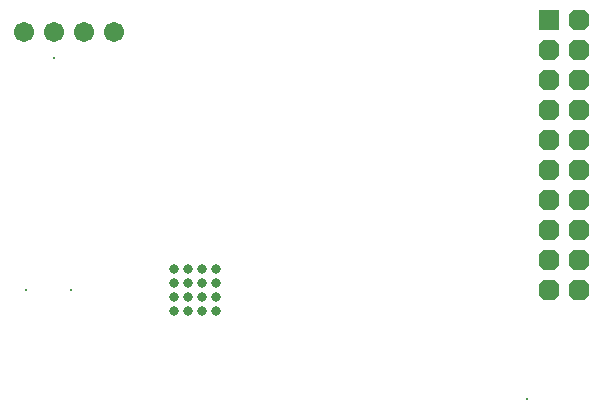
<source format=gbs>
%FSLAX25Y25*%
%MOIN*%
G70*
G01*
G75*
G04 Layer_Color=16711935*
%ADD10R,0.03000X0.09400*%
%ADD11R,0.06300X0.10700*%
%ADD12R,0.09500X0.10300*%
%ADD13O,0.00787X0.02559*%
%ADD14O,0.02559X0.00787*%
%ADD15R,0.18504X0.18504*%
%ADD16R,0.01575X0.06000*%
%ADD17O,0.01575X0.06000*%
%ADD18R,0.07087X0.03937*%
%ADD19R,0.04331X0.04724*%
%ADD20R,0.14200X0.08700*%
%ADD21R,0.04800X0.08800*%
%ADD22R,0.04800X0.01600*%
%ADD23R,0.06693X0.03150*%
%ADD24R,0.03150X0.06693*%
%ADD25R,0.04400X0.04000*%
%ADD26R,0.04000X0.04400*%
%ADD27R,0.03200X0.03600*%
%ADD28R,0.02800X0.04800*%
%ADD29R,0.05512X0.11811*%
%ADD30R,0.02559X0.01969*%
%ADD31R,0.02953X0.03150*%
%ADD32R,0.01969X0.02284*%
%ADD33R,0.02362X0.03937*%
%ADD34R,0.04921X0.07087*%
%ADD35R,0.02362X0.01969*%
%ADD36R,0.10700X0.06300*%
%ADD37R,0.01969X0.02362*%
%ADD38C,0.00600*%
%ADD39C,0.02500*%
%ADD40C,0.01200*%
%ADD41C,0.00800*%
%ADD42C,0.05000*%
%ADD43C,0.01000*%
%ADD44C,0.02000*%
%ADD45C,0.04500*%
%ADD46C,0.03700*%
%ADD47C,0.05906*%
G04:AMPARAMS|DCode=48|XSize=60mil|YSize=60mil|CornerRadius=0mil|HoleSize=0mil|Usage=FLASHONLY|Rotation=270.000|XOffset=0mil|YOffset=0mil|HoleType=Round|Shape=Octagon|*
%AMOCTAGOND48*
4,1,8,-0.01500,-0.03000,0.01500,-0.03000,0.03000,-0.01500,0.03000,0.01500,0.01500,0.03000,-0.01500,0.03000,-0.03000,0.01500,-0.03000,-0.01500,-0.01500,-0.03000,0.0*
%
%ADD48OCTAGOND48*%

%ADD49R,0.06000X0.06000*%
%ADD50C,0.02400*%
%ADD51C,0.02598*%
%ADD52C,0.00984*%
%ADD53C,0.01500*%
%ADD54C,0.00000*%
%ADD55C,0.01969*%
%ADD56C,0.00500*%
%ADD57C,0.00787*%
%ADD58C,0.00591*%
%ADD59C,0.01181*%
%ADD60C,0.00100*%
%ADD61R,0.12504X0.12504*%
%ADD62R,0.03800X0.10200*%
%ADD63R,0.07100X0.11500*%
%ADD64R,0.10300X0.11100*%
%ADD65O,0.01587X0.03359*%
%ADD66O,0.03359X0.01587*%
%ADD67R,0.19304X0.19304*%
%ADD68R,0.02375X0.06800*%
%ADD69O,0.02375X0.06800*%
%ADD70R,0.07887X0.04737*%
%ADD71R,0.05131X0.05524*%
%ADD72R,0.15000X0.09500*%
%ADD73R,0.05600X0.09600*%
%ADD74R,0.05600X0.02400*%
%ADD75R,0.07493X0.03950*%
%ADD76R,0.03950X0.07493*%
%ADD77R,0.05200X0.04800*%
%ADD78R,0.04800X0.05200*%
%ADD79R,0.04000X0.04400*%
%ADD80R,0.03600X0.05600*%
%ADD81R,0.06312X0.12611*%
%ADD82R,0.03359X0.02769*%
%ADD83R,0.03753X0.03950*%
%ADD84R,0.02769X0.03084*%
%ADD85R,0.03162X0.04737*%
%ADD86R,0.05721X0.07887*%
%ADD87R,0.03162X0.02769*%
%ADD88R,0.11500X0.07100*%
%ADD89R,0.02769X0.03162*%
%ADD90C,0.00800*%
%ADD91C,0.06706*%
G04:AMPARAMS|DCode=92|XSize=68mil|YSize=68mil|CornerRadius=0mil|HoleSize=0mil|Usage=FLASHONLY|Rotation=270.000|XOffset=0mil|YOffset=0mil|HoleType=Round|Shape=Octagon|*
%AMOCTAGOND92*
4,1,8,-0.01700,-0.03400,0.01700,-0.03400,0.03400,-0.01700,0.03400,0.01700,0.01700,0.03400,-0.01700,0.03400,-0.03400,0.01700,-0.03400,-0.01700,-0.01700,-0.03400,0.0*
%
%ADD92OCTAGOND92*%

%ADD93R,0.06800X0.06800*%
%ADD94R,0.00800X0.00800*%
%ADD95C,0.03198*%
D90*
X501500Y182000D02*
D03*
X486500D02*
D03*
X496000Y259496D02*
D03*
D91*
X516000Y268000D02*
D03*
X506000D02*
D03*
X496000D02*
D03*
X486000D02*
D03*
D92*
X671000Y182000D02*
D03*
X661000D02*
D03*
X671000Y192000D02*
D03*
X661000D02*
D03*
X671000Y202000D02*
D03*
X661000D02*
D03*
X671000Y212000D02*
D03*
X661000D02*
D03*
X671000Y222000D02*
D03*
X661000D02*
D03*
X671000Y232000D02*
D03*
X661000D02*
D03*
X671000Y242000D02*
D03*
X661000D02*
D03*
X671000Y252000D02*
D03*
X661000D02*
D03*
X671000Y262000D02*
D03*
X661000D02*
D03*
X671000Y272000D02*
D03*
D93*
X661000D02*
D03*
D94*
X653543Y145669D02*
D03*
D95*
X549895Y189150D02*
D03*
Y184425D02*
D03*
Y179701D02*
D03*
Y174976D02*
D03*
X545171Y189150D02*
D03*
Y184425D02*
D03*
Y179701D02*
D03*
Y174976D02*
D03*
X540446Y189150D02*
D03*
Y184425D02*
D03*
Y179701D02*
D03*
Y174976D02*
D03*
X535722Y189150D02*
D03*
Y184425D02*
D03*
Y179701D02*
D03*
Y174976D02*
D03*
M02*

</source>
